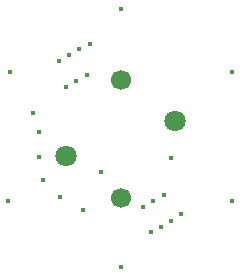
<source format=gbr>
%TF.GenerationSoftware,KiCad,Pcbnew,(6.0.6)*%
%TF.CreationDate,2022-07-10T21:38:46+02:00*%
%TF.ProjectId,GCode_Buttons_B3K-T13L,47436f64-655f-4427-9574-746f6e735f42,rev?*%
%TF.SameCoordinates,Original*%
%TF.FileFunction,Soldermask,Bot*%
%TF.FilePolarity,Negative*%
%FSLAX46Y46*%
G04 Gerber Fmt 4.6, Leading zero omitted, Abs format (unit mm)*
G04 Created by KiCad (PCBNEW (6.0.6)) date 2022-07-10 21:38:46*
%MOMM*%
%LPD*%
G01*
G04 APERTURE LIST*
%ADD10C,1.700000*%
%ADD11C,1.800000*%
%ADD12C,0.450000*%
G04 APERTURE END LIST*
D10*
%TO.C,SW1*%
X100000000Y-105000000D03*
X100000000Y-95000000D03*
D11*
X95400000Y-101500000D03*
X104600000Y-98500000D03*
%TD*%
D12*
X103650000Y-104800000D03*
X92550000Y-97800000D03*
X96500000Y-92450000D03*
X104250000Y-101650000D03*
X90650000Y-94350000D03*
X109450000Y-94350000D03*
X100000000Y-110850000D03*
X109450000Y-105300000D03*
X97400000Y-91950000D03*
X100000000Y-89000000D03*
X90500000Y-105300000D03*
X95600000Y-92950000D03*
X102750000Y-105300000D03*
X94850000Y-104950000D03*
X102550000Y-107950000D03*
X93050000Y-99400000D03*
X95400000Y-95600000D03*
X93050000Y-101550000D03*
X94750000Y-93450000D03*
X101900000Y-105800000D03*
X93450000Y-103500000D03*
X103450000Y-107450000D03*
X96250000Y-95100000D03*
X104300000Y-106950000D03*
X96800000Y-106050000D03*
X97150000Y-94600000D03*
X105150000Y-106400000D03*
X98350000Y-102850000D03*
M02*

</source>
